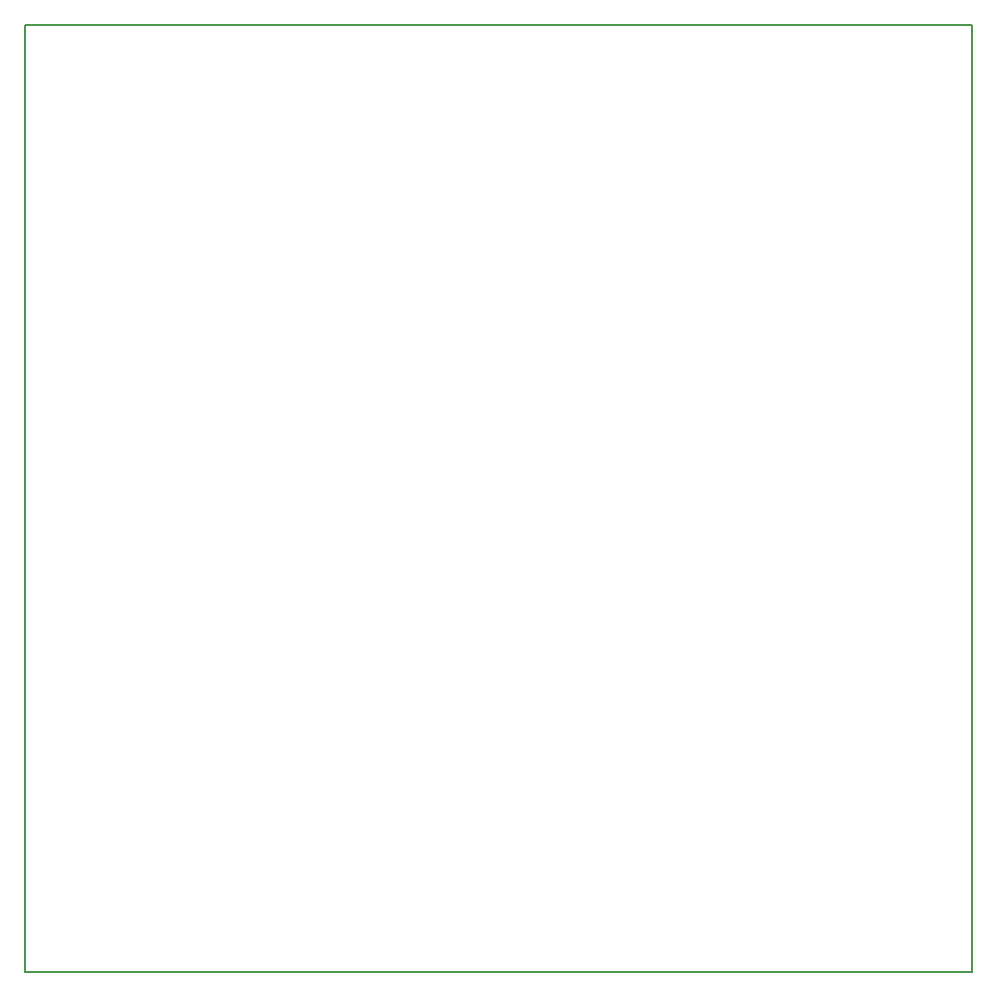
<source format=gbr>
%TF.GenerationSoftware,KiCad,Pcbnew,7.0.7+dfsg-1*%
%TF.CreationDate,2023-09-26T20:47:20-04:00*%
%TF.ProjectId,Relaybox,52656c61-7962-46f7-982e-6b696361645f,v1*%
%TF.SameCoordinates,Original*%
%TF.FileFunction,Profile,NP*%
%FSLAX46Y46*%
G04 Gerber Fmt 4.6, Leading zero omitted, Abs format (unit mm)*
G04 Created by KiCad (PCBNEW 7.0.7+dfsg-1) date 2023-09-26 20:47:20*
%MOMM*%
%LPD*%
G01*
G04 APERTURE LIST*
%TA.AperFunction,Profile*%
%ADD10C,0.200000*%
%TD*%
G04 APERTURE END LIST*
D10*
X76700000Y-63750000D02*
X156900000Y-63750000D01*
X156900000Y-143950000D01*
X76700000Y-143950000D01*
X76700000Y-63750000D01*
M02*

</source>
